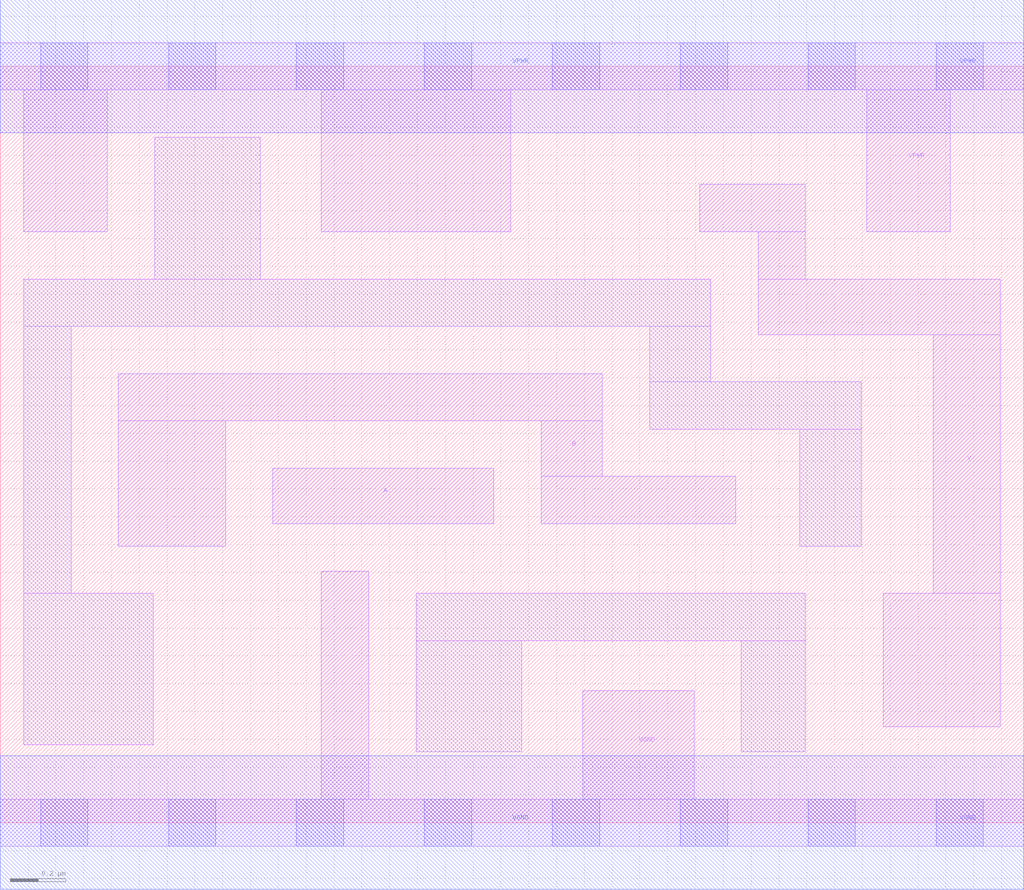
<source format=lef>
# Copyright 2020 The SkyWater PDK Authors
#
# Licensed under the Apache License, Version 2.0 (the "License");
# you may not use this file except in compliance with the License.
# You may obtain a copy of the License at
#
#     https://www.apache.org/licenses/LICENSE-2.0
#
# Unless required by applicable law or agreed to in writing, software
# distributed under the License is distributed on an "AS IS" BASIS,
# WITHOUT WARRANTIES OR CONDITIONS OF ANY KIND, either express or implied.
# See the License for the specific language governing permissions and
# limitations under the License.
#
# SPDX-License-Identifier: Apache-2.0

VERSION 5.7 ;
  NAMESCASESENSITIVE ON ;
  NOWIREEXTENSIONATPIN ON ;
  DIVIDERCHAR "/" ;
  BUSBITCHARS "[]" ;
UNITS
  DATABASE MICRONS 200 ;
END UNITS
PROPERTYDEFINITIONS
  MACRO maskLayoutSubType STRING ;
  MACRO prCellType STRING ;
  MACRO originalViewName STRING ;
END PROPERTYDEFINITIONS
MACRO sky130_fd_sc_hdll__xnor2_1
  CLASS CORE ;
  FOREIGN sky130_fd_sc_hdll__xnor2_1 ;
  ORIGIN  0.000000  0.000000 ;
  SIZE  3.680000 BY  2.720000 ;
  SYMMETRY X Y R90 ;
  SITE unithd ;
  PIN A
    ANTENNAGATEAREA  0.555000 ;
    DIRECTION INPUT ;
    USE SIGNAL ;
    PORT
      LAYER li1 ;
        RECT 0.980000 1.075000 1.775000 1.275000 ;
    END
  END A
  PIN B
    ANTENNAGATEAREA  0.555000 ;
    DIRECTION INPUT ;
    USE SIGNAL ;
    PORT
      LAYER li1 ;
        RECT 0.425000 0.995000 0.810000 1.445000 ;
        RECT 0.425000 1.445000 2.165000 1.615000 ;
        RECT 1.945000 1.075000 2.645000 1.245000 ;
        RECT 1.945000 1.245000 2.165000 1.445000 ;
    END
  END B
  PIN VGND
    ANTENNADIFFAREA  0.442000 ;
    DIRECTION INOUT ;
    USE SIGNAL ;
    PORT
      LAYER li1 ;
        RECT 0.000000 -0.085000 3.680000 0.085000 ;
        RECT 1.155000  0.085000 1.325000 0.905000 ;
        RECT 2.095000  0.085000 2.495000 0.475000 ;
      LAYER mcon ;
        RECT 0.145000 -0.085000 0.315000 0.085000 ;
        RECT 0.605000 -0.085000 0.775000 0.085000 ;
        RECT 1.065000 -0.085000 1.235000 0.085000 ;
        RECT 1.525000 -0.085000 1.695000 0.085000 ;
        RECT 1.985000 -0.085000 2.155000 0.085000 ;
        RECT 2.445000 -0.085000 2.615000 0.085000 ;
        RECT 2.905000 -0.085000 3.075000 0.085000 ;
        RECT 3.365000 -0.085000 3.535000 0.085000 ;
      LAYER met1 ;
        RECT 0.000000 -0.240000 3.680000 0.240000 ;
    END
  END VGND
  PIN VPWR
    ANTENNADIFFAREA  1.480000 ;
    DIRECTION INOUT ;
    USE SIGNAL ;
    PORT
      LAYER li1 ;
        RECT 0.000000 2.635000 3.680000 2.805000 ;
        RECT 0.085000 2.125000 0.385000 2.635000 ;
        RECT 1.155000 2.125000 1.835000 2.635000 ;
        RECT 3.115000 2.125000 3.415000 2.635000 ;
      LAYER mcon ;
        RECT 0.145000 2.635000 0.315000 2.805000 ;
        RECT 0.605000 2.635000 0.775000 2.805000 ;
        RECT 1.065000 2.635000 1.235000 2.805000 ;
        RECT 1.525000 2.635000 1.695000 2.805000 ;
        RECT 1.985000 2.635000 2.155000 2.805000 ;
        RECT 2.445000 2.635000 2.615000 2.805000 ;
        RECT 2.905000 2.635000 3.075000 2.805000 ;
        RECT 3.365000 2.635000 3.535000 2.805000 ;
      LAYER met1 ;
        RECT 0.000000 2.480000 3.680000 2.960000 ;
    END
  END VPWR
  PIN Y
    ANTENNADIFFAREA  0.545000 ;
    DIRECTION OUTPUT ;
    USE SIGNAL ;
    PORT
      LAYER li1 ;
        RECT 2.515000 2.125000 2.895000 2.295000 ;
        RECT 2.725000 1.755000 3.595000 1.955000 ;
        RECT 2.725000 1.955000 2.895000 2.125000 ;
        RECT 3.175000 0.345000 3.595000 0.825000 ;
        RECT 3.355000 0.825000 3.595000 1.755000 ;
    END
  END Y
  OBS
    LAYER li1 ;
      RECT 0.085000 0.280000 0.550000 0.825000 ;
      RECT 0.085000 0.825000 0.255000 1.785000 ;
      RECT 0.085000 1.785000 2.555000 1.955000 ;
      RECT 0.555000 1.955000 0.935000 2.465000 ;
      RECT 1.495000 0.255000 1.875000 0.655000 ;
      RECT 1.495000 0.655000 2.895000 0.825000 ;
      RECT 2.335000 1.415000 3.095000 1.585000 ;
      RECT 2.335000 1.585000 2.555000 1.785000 ;
      RECT 2.665000 0.255000 2.895000 0.655000 ;
      RECT 2.875000 0.995000 3.095000 1.415000 ;
  END
  PROPERTY maskLayoutSubType "abstract" ;
  PROPERTY prCellType "standard" ;
  PROPERTY originalViewName "layout" ;
END sky130_fd_sc_hdll__xnor2_1

</source>
